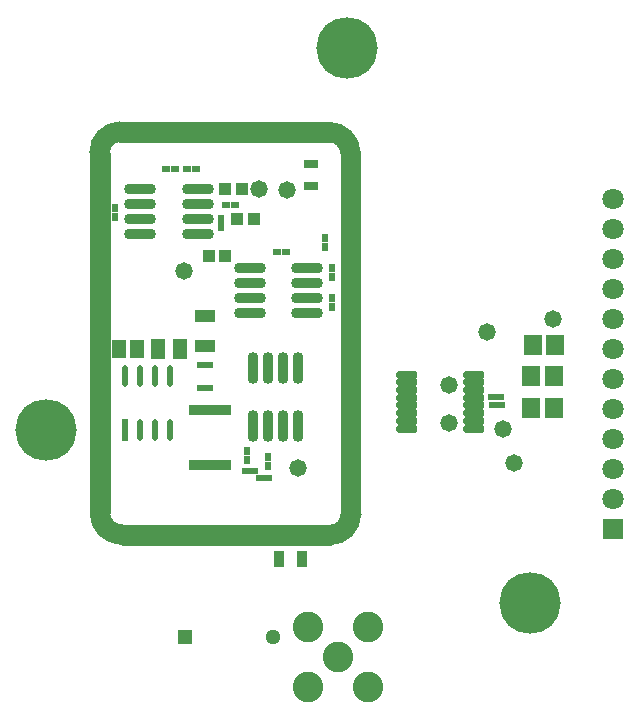
<source format=gts>
G04*
G04 #@! TF.GenerationSoftware,Altium Limited,Altium Designer,22.2.1 (43)*
G04*
G04 Layer_Color=8388736*
%FSLAX23Y23*%
%MOIN*%
G70*
G04*
G04 #@! TF.SameCoordinates,341014A0-F451-4C88-BB74-CD236E81B47C*
G04*
G04*
G04 #@! TF.FilePolarity,Negative*
G04*
G01*
G75*
%ADD13C,0.010*%
G04:AMPARAMS|DCode=16|XSize=74mil|YSize=21mil|CornerRadius=11mil|HoleSize=0mil|Usage=FLASHONLY|Rotation=90.000|XOffset=0mil|YOffset=0mil|HoleType=Round|Shape=RoundedRectangle|*
%AMROUNDEDRECTD16*
21,1,0.074,0.000,0,0,90.0*
21,1,0.052,0.021,0,0,90.0*
1,1,0.021,0.000,0.026*
1,1,0.021,0.000,-0.026*
1,1,0.021,0.000,-0.026*
1,1,0.021,0.000,0.026*
%
%ADD16ROUNDEDRECTD16*%
%ADD17R,0.021X0.074*%
%ADD18R,0.051X0.028*%
%ADD25R,0.065X0.044*%
%ADD27R,0.053X0.022*%
%ADD28R,0.037X0.057*%
%ADD29R,0.142X0.038*%
%ADD32O,0.106X0.036*%
%ADD33R,0.020X0.028*%
%ADD34R,0.045X0.061*%
%ADD35R,0.049X0.065*%
%ADD36R,0.028X0.020*%
%ADD37R,0.039X0.043*%
%ADD38O,0.036X0.106*%
G04:AMPARAMS|DCode=39|XSize=70mil|YSize=24mil|CornerRadius=6mil|HoleSize=0mil|Usage=FLASHONLY|Rotation=0.000|XOffset=0mil|YOffset=0mil|HoleType=Round|Shape=RoundedRectangle|*
%AMROUNDEDRECTD39*
21,1,0.070,0.012,0,0,0.0*
21,1,0.058,0.024,0,0,0.0*
1,1,0.012,0.029,-0.006*
1,1,0.012,-0.029,-0.006*
1,1,0.012,-0.029,0.006*
1,1,0.012,0.029,0.006*
%
%ADD39ROUNDEDRECTD39*%
%ADD40R,0.063X0.069*%
%ADD41C,0.205*%
%ADD42C,0.051*%
%ADD43R,0.051X0.051*%
%ADD44C,0.102*%
%ADD45C,0.071*%
%ADD46R,0.071X0.071*%
%ADD47C,0.058*%
G36*
X3752Y4125D02*
X3771Y4117D01*
X3788Y4106D01*
X3802Y4092D01*
X3813Y4075D01*
X3821Y4056D01*
X3825Y4036D01*
Y4026D01*
Y2826D01*
X3766D01*
X3766Y4026D01*
X3766Y4026D01*
X3766Y4031D01*
X3764Y4039D01*
X3761Y4047D01*
X3756Y4054D01*
X3750Y4060D01*
X3743Y4065D01*
X3735Y4068D01*
X3727Y4070D01*
X3722Y4070D01*
X3025D01*
Y4070D01*
X3021Y4070D01*
X3015Y4068D01*
X3008Y4065D01*
X3002Y4061D01*
X2997Y4056D01*
X2994Y4050D01*
X2991Y4043D01*
X2990Y4036D01*
X2989Y4032D01*
X2990Y4030D01*
X2929D01*
Y4040D01*
X2932Y4059D01*
X2940Y4077D01*
X2950Y4093D01*
X2964Y4107D01*
X2980Y4118D01*
X2998Y4125D01*
X3017Y4129D01*
X3027D01*
X3722Y4129D01*
X3732D01*
X3752Y4125D01*
D02*
G37*
G36*
X2989Y2829D02*
X2989Y2824D01*
X2991Y2816D01*
X2994Y2808D01*
X2999Y2801D01*
X3005Y2795D01*
X3012Y2790D01*
X3020Y2787D01*
X3028Y2785D01*
X3033Y2785D01*
X3033Y2785D01*
X3730Y2785D01*
X3734Y2785D01*
X3740Y2787D01*
X3747Y2790D01*
X3753Y2794D01*
X3758Y2799D01*
X3761Y2805D01*
X3764Y2812D01*
X3765Y2819D01*
X3766Y2822D01*
X3766Y2822D01*
X3765Y2825D01*
X3826D01*
Y2815D01*
X3823Y2796D01*
X3815Y2778D01*
X3805Y2762D01*
X3791Y2748D01*
X3775Y2737D01*
X3757Y2730D01*
X3738Y2726D01*
X3023D01*
X3003Y2730D01*
X2984Y2738D01*
X2967Y2749D01*
X2953Y2763D01*
X2942Y2780D01*
X2934Y2799D01*
X2930Y2819D01*
Y2829D01*
Y4029D01*
X2989D01*
X2989Y2829D01*
D02*
G37*
D13*
X3728Y2726D02*
G03*
X3826Y2825I0J98D01*
G01*
X2930Y2829D02*
G03*
X3033Y2726I102J0D01*
G01*
X3730Y2785D02*
G03*
X3766Y2822I-2J38D01*
G01*
X2989Y2829D02*
G03*
X3033Y2785I43J-0D01*
G01*
X3766Y4026D02*
G03*
X3722Y4070I-43J0D01*
G01*
X3025Y4070D02*
G03*
X2989Y4032I2J-38D01*
G01*
X3825Y4026D02*
G03*
X3722Y4129I-102J0D01*
G01*
X3027D02*
G03*
X2929Y4030I0J-98D01*
G01*
X2930Y4029D02*
X2989D01*
X2930Y2829D02*
Y4029D01*
X2989D02*
X2989Y2829D01*
X3033Y2726D02*
X3730D01*
X3033Y2785D02*
X3730Y2785D01*
X3765Y2825D02*
X3826D01*
X3766Y2826D02*
X3825D01*
X2929Y4030D02*
X2990D01*
X3025Y4070D02*
X3722Y4070D01*
X3766Y4026D02*
X3766Y2826D01*
X3025Y4129D02*
X3722D01*
X3825Y2826D02*
Y4026D01*
D16*
X3045Y3286D02*
D03*
X3095D02*
D03*
X3145D02*
D03*
X3195D02*
D03*
Y3104D02*
D03*
X3145D02*
D03*
X3095D02*
D03*
D17*
X3045D02*
D03*
D18*
X3665Y3918D02*
D03*
Y3992D02*
D03*
D25*
X3311Y3485D02*
D03*
Y3385D02*
D03*
D27*
Y3323D02*
D03*
Y3246D02*
D03*
D28*
X3633Y2675D02*
D03*
X3557D02*
D03*
D29*
X3326Y3171D02*
D03*
Y2988D02*
D03*
D32*
X3459Y3645D02*
D03*
Y3595D02*
D03*
Y3545D02*
D03*
Y3495D02*
D03*
X3651Y3645D02*
D03*
Y3595D02*
D03*
Y3545D02*
D03*
Y3495D02*
D03*
X3286Y3760D02*
D03*
Y3810D02*
D03*
Y3860D02*
D03*
Y3910D02*
D03*
X3094Y3760D02*
D03*
Y3810D02*
D03*
Y3860D02*
D03*
Y3910D02*
D03*
D33*
X3710Y3744D02*
D03*
Y3716D02*
D03*
X3735Y3644D02*
D03*
Y3616D02*
D03*
X3735Y3516D02*
D03*
Y3544D02*
D03*
X3010Y3816D02*
D03*
Y3844D02*
D03*
X3365Y3809D02*
D03*
Y3781D02*
D03*
X3521Y2986D02*
D03*
Y3014D02*
D03*
X3451Y3006D02*
D03*
Y3034D02*
D03*
D34*
X3024Y3375D02*
D03*
X3085D02*
D03*
D35*
X3228Y3375D02*
D03*
X3155D02*
D03*
D36*
X3551Y3700D02*
D03*
X3579D02*
D03*
X3209Y3975D02*
D03*
X3181D02*
D03*
X3279Y3975D02*
D03*
X3251D02*
D03*
X3409Y3855D02*
D03*
X3381D02*
D03*
X3447Y2970D02*
D03*
X3475D02*
D03*
X3492Y2945D02*
D03*
X3520D02*
D03*
X4298Y3187D02*
D03*
X4270D02*
D03*
X4294Y3215D02*
D03*
X4266D02*
D03*
D37*
X3378Y3685D02*
D03*
X3322D02*
D03*
X3433Y3910D02*
D03*
X3377D02*
D03*
X3417Y3810D02*
D03*
X3473D02*
D03*
D38*
X3621Y3311D02*
D03*
X3571D02*
D03*
X3521D02*
D03*
X3471D02*
D03*
X3621Y3118D02*
D03*
X3571D02*
D03*
X3521D02*
D03*
X3471D02*
D03*
D39*
X4208Y3290D02*
D03*
Y3264D02*
D03*
Y3110D02*
D03*
Y3238D02*
D03*
X3982D02*
D03*
X4208Y3213D02*
D03*
X3982D02*
D03*
Y3290D02*
D03*
Y3264D02*
D03*
Y3110D02*
D03*
Y3187D02*
D03*
Y3162D02*
D03*
X4208Y3136D02*
D03*
Y3162D02*
D03*
Y3187D02*
D03*
X3982Y3136D02*
D03*
D40*
X4472Y3180D02*
D03*
X4398D02*
D03*
X4477Y3390D02*
D03*
X4472Y3285D02*
D03*
X4403Y3390D02*
D03*
X4398Y3285D02*
D03*
D41*
X4395Y2530D02*
D03*
X2780Y3105D02*
D03*
X3785Y4380D02*
D03*
D42*
X3538Y2415D02*
D03*
D43*
X3242D02*
D03*
D44*
X3755Y2350D02*
D03*
X3655Y2450D02*
D03*
X3855D02*
D03*
Y2250D02*
D03*
X3655D02*
D03*
D45*
X4670Y3575D02*
D03*
Y2875D02*
D03*
Y3875D02*
D03*
Y3775D02*
D03*
Y3675D02*
D03*
Y3475D02*
D03*
Y3375D02*
D03*
Y3175D02*
D03*
Y2975D02*
D03*
Y3075D02*
D03*
Y3275D02*
D03*
D46*
Y2775D02*
D03*
D47*
X4340Y2995D02*
D03*
X4305Y3110D02*
D03*
X3585Y3905D02*
D03*
X4470Y3475D02*
D03*
X4250Y3432D02*
D03*
X3621Y2980D02*
D03*
X3490Y3910D02*
D03*
X3240Y3635D02*
D03*
X4125Y3255D02*
D03*
Y3130D02*
D03*
M02*

</source>
